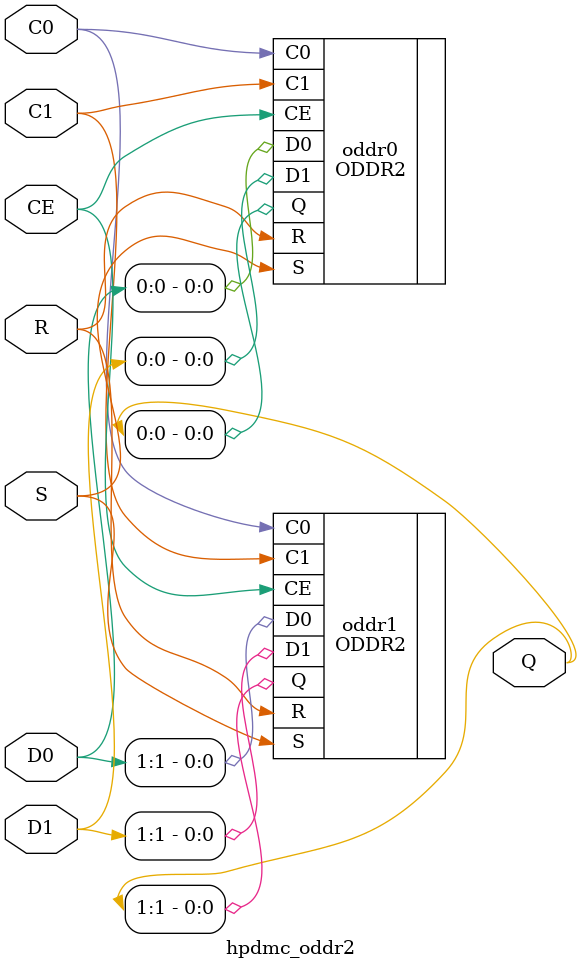
<source format=v>
/*
 * Milkymist VJ SoC
 * Copyright (C) 2007, 2008, 2009 Sebastien Bourdeauducq
 *
 * This program is free software: you can redistribute it and/or modify
 * it under the terms of the GNU General Public License as published by
 * the Free Software Foundation, version 3 of the License.
 *
 * This program is distributed in the hope that it will be useful,
 * but WITHOUT ANY WARRANTY; without even the implied warranty of
 * MERCHANTABILITY or FITNESS FOR A PARTICULAR PURPOSE.  See the
 * GNU General Public License for more details.
 *
 * You should have received a copy of the GNU General Public License
 * along with this program.  If not, see <http://www.gnu.org/licenses/>.
 */

/*
 * Verilog code that really should be replaced with a generate
 * statement, but it does not work with some free simulators.
 * So I put it in a module so as not to make other code unreadable,
 * and keep compatibility with as many simulators as possible.
 */

module hpdmc_oddr2 #(
	parameter DDR_ALIGNMENT = "NONE",
	parameter INIT = 1'b0,
	parameter SRTYPE = "ASYNC"
) (
	output [1:0] Q,
	input C0,
	input C1,
	input CE,
	input [1:0] D0,
	input [1:0] D1,
	input R,
	input S
);

ODDR2 #(
	.DDR_ALIGNMENT(DDR_ALIGNMENT),
	.INIT(INIT),
	.SRTYPE(SRTYPE)
) oddr0 (
	.Q(Q[0]),
	.C0(C0),
	.C1(C1),
	.CE(CE),
	.D0(D0[0]),
	.D1(D1[0]),
	.R(R),
	.S(S)
);
ODDR2 #(
	.DDR_ALIGNMENT(DDR_ALIGNMENT),
	.INIT(INIT),
	.SRTYPE(SRTYPE)
) oddr1 (
	.Q(Q[1]),
	.C0(C0),
	.C1(C1),
	.CE(CE),
	.D0(D0[1]),
	.D1(D1[1]),
	.R(R),
	.S(S)
);

endmodule

</source>
